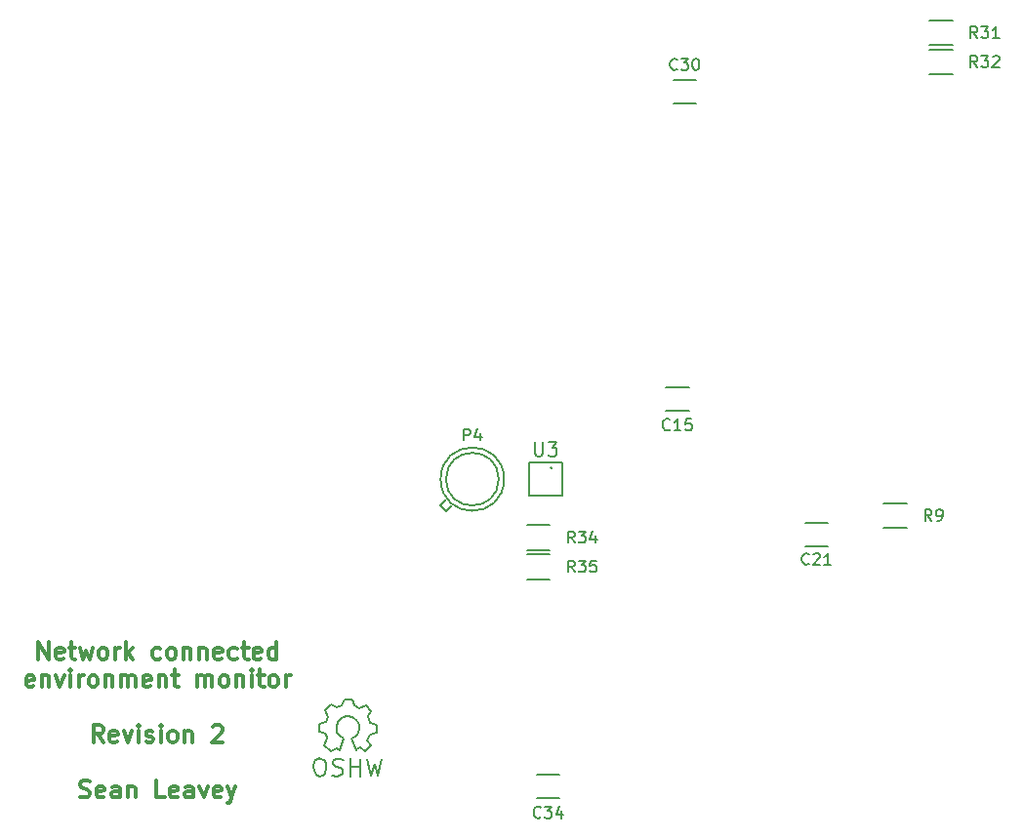
<source format=gbr>
G04 #@! TF.FileFunction,Legend,Top*
%FSLAX46Y46*%
G04 Gerber Fmt 4.6, Leading zero omitted, Abs format (unit mm)*
G04 Created by KiCad (PCBNEW 4.0.2+dfsg1-stable) date Wed 21 Jun 2017 09:22:51 BST*
%MOMM*%
G01*
G04 APERTURE LIST*
%ADD10C,0.100000*%
%ADD11C,0.300000*%
%ADD12C,0.150000*%
%ADD13C,0.050000*%
G04 APERTURE END LIST*
D10*
D11*
X116043572Y-116598571D02*
X116043572Y-115098571D01*
X116900715Y-116598571D01*
X116900715Y-115098571D01*
X118186429Y-116527143D02*
X118043572Y-116598571D01*
X117757858Y-116598571D01*
X117615001Y-116527143D01*
X117543572Y-116384286D01*
X117543572Y-115812857D01*
X117615001Y-115670000D01*
X117757858Y-115598571D01*
X118043572Y-115598571D01*
X118186429Y-115670000D01*
X118257858Y-115812857D01*
X118257858Y-115955714D01*
X117543572Y-116098571D01*
X118686429Y-115598571D02*
X119257858Y-115598571D01*
X118900715Y-115098571D02*
X118900715Y-116384286D01*
X118972143Y-116527143D01*
X119115001Y-116598571D01*
X119257858Y-116598571D01*
X119615001Y-115598571D02*
X119900715Y-116598571D01*
X120186429Y-115884286D01*
X120472144Y-116598571D01*
X120757858Y-115598571D01*
X121543573Y-116598571D02*
X121400715Y-116527143D01*
X121329287Y-116455714D01*
X121257858Y-116312857D01*
X121257858Y-115884286D01*
X121329287Y-115741429D01*
X121400715Y-115670000D01*
X121543573Y-115598571D01*
X121757858Y-115598571D01*
X121900715Y-115670000D01*
X121972144Y-115741429D01*
X122043573Y-115884286D01*
X122043573Y-116312857D01*
X121972144Y-116455714D01*
X121900715Y-116527143D01*
X121757858Y-116598571D01*
X121543573Y-116598571D01*
X122686430Y-116598571D02*
X122686430Y-115598571D01*
X122686430Y-115884286D02*
X122757858Y-115741429D01*
X122829287Y-115670000D01*
X122972144Y-115598571D01*
X123115001Y-115598571D01*
X123615001Y-116598571D02*
X123615001Y-115098571D01*
X123757858Y-116027143D02*
X124186429Y-116598571D01*
X124186429Y-115598571D02*
X123615001Y-116170000D01*
X126615001Y-116527143D02*
X126472144Y-116598571D01*
X126186430Y-116598571D01*
X126043572Y-116527143D01*
X125972144Y-116455714D01*
X125900715Y-116312857D01*
X125900715Y-115884286D01*
X125972144Y-115741429D01*
X126043572Y-115670000D01*
X126186430Y-115598571D01*
X126472144Y-115598571D01*
X126615001Y-115670000D01*
X127472144Y-116598571D02*
X127329286Y-116527143D01*
X127257858Y-116455714D01*
X127186429Y-116312857D01*
X127186429Y-115884286D01*
X127257858Y-115741429D01*
X127329286Y-115670000D01*
X127472144Y-115598571D01*
X127686429Y-115598571D01*
X127829286Y-115670000D01*
X127900715Y-115741429D01*
X127972144Y-115884286D01*
X127972144Y-116312857D01*
X127900715Y-116455714D01*
X127829286Y-116527143D01*
X127686429Y-116598571D01*
X127472144Y-116598571D01*
X128615001Y-115598571D02*
X128615001Y-116598571D01*
X128615001Y-115741429D02*
X128686429Y-115670000D01*
X128829287Y-115598571D01*
X129043572Y-115598571D01*
X129186429Y-115670000D01*
X129257858Y-115812857D01*
X129257858Y-116598571D01*
X129972144Y-115598571D02*
X129972144Y-116598571D01*
X129972144Y-115741429D02*
X130043572Y-115670000D01*
X130186430Y-115598571D01*
X130400715Y-115598571D01*
X130543572Y-115670000D01*
X130615001Y-115812857D01*
X130615001Y-116598571D01*
X131900715Y-116527143D02*
X131757858Y-116598571D01*
X131472144Y-116598571D01*
X131329287Y-116527143D01*
X131257858Y-116384286D01*
X131257858Y-115812857D01*
X131329287Y-115670000D01*
X131472144Y-115598571D01*
X131757858Y-115598571D01*
X131900715Y-115670000D01*
X131972144Y-115812857D01*
X131972144Y-115955714D01*
X131257858Y-116098571D01*
X133257858Y-116527143D02*
X133115001Y-116598571D01*
X132829287Y-116598571D01*
X132686429Y-116527143D01*
X132615001Y-116455714D01*
X132543572Y-116312857D01*
X132543572Y-115884286D01*
X132615001Y-115741429D01*
X132686429Y-115670000D01*
X132829287Y-115598571D01*
X133115001Y-115598571D01*
X133257858Y-115670000D01*
X133686429Y-115598571D02*
X134257858Y-115598571D01*
X133900715Y-115098571D02*
X133900715Y-116384286D01*
X133972143Y-116527143D01*
X134115001Y-116598571D01*
X134257858Y-116598571D01*
X135329286Y-116527143D02*
X135186429Y-116598571D01*
X134900715Y-116598571D01*
X134757858Y-116527143D01*
X134686429Y-116384286D01*
X134686429Y-115812857D01*
X134757858Y-115670000D01*
X134900715Y-115598571D01*
X135186429Y-115598571D01*
X135329286Y-115670000D01*
X135400715Y-115812857D01*
X135400715Y-115955714D01*
X134686429Y-116098571D01*
X136686429Y-116598571D02*
X136686429Y-115098571D01*
X136686429Y-116527143D02*
X136543572Y-116598571D01*
X136257858Y-116598571D01*
X136115000Y-116527143D01*
X136043572Y-116455714D01*
X135972143Y-116312857D01*
X135972143Y-115884286D01*
X136043572Y-115741429D01*
X136115000Y-115670000D01*
X136257858Y-115598571D01*
X136543572Y-115598571D01*
X136686429Y-115670000D01*
X115615000Y-118927143D02*
X115472143Y-118998571D01*
X115186429Y-118998571D01*
X115043572Y-118927143D01*
X114972143Y-118784286D01*
X114972143Y-118212857D01*
X115043572Y-118070000D01*
X115186429Y-117998571D01*
X115472143Y-117998571D01*
X115615000Y-118070000D01*
X115686429Y-118212857D01*
X115686429Y-118355714D01*
X114972143Y-118498571D01*
X116329286Y-117998571D02*
X116329286Y-118998571D01*
X116329286Y-118141429D02*
X116400714Y-118070000D01*
X116543572Y-117998571D01*
X116757857Y-117998571D01*
X116900714Y-118070000D01*
X116972143Y-118212857D01*
X116972143Y-118998571D01*
X117543572Y-117998571D02*
X117900715Y-118998571D01*
X118257857Y-117998571D01*
X118829286Y-118998571D02*
X118829286Y-117998571D01*
X118829286Y-117498571D02*
X118757857Y-117570000D01*
X118829286Y-117641429D01*
X118900714Y-117570000D01*
X118829286Y-117498571D01*
X118829286Y-117641429D01*
X119543572Y-118998571D02*
X119543572Y-117998571D01*
X119543572Y-118284286D02*
X119615000Y-118141429D01*
X119686429Y-118070000D01*
X119829286Y-117998571D01*
X119972143Y-117998571D01*
X120686429Y-118998571D02*
X120543571Y-118927143D01*
X120472143Y-118855714D01*
X120400714Y-118712857D01*
X120400714Y-118284286D01*
X120472143Y-118141429D01*
X120543571Y-118070000D01*
X120686429Y-117998571D01*
X120900714Y-117998571D01*
X121043571Y-118070000D01*
X121115000Y-118141429D01*
X121186429Y-118284286D01*
X121186429Y-118712857D01*
X121115000Y-118855714D01*
X121043571Y-118927143D01*
X120900714Y-118998571D01*
X120686429Y-118998571D01*
X121829286Y-117998571D02*
X121829286Y-118998571D01*
X121829286Y-118141429D02*
X121900714Y-118070000D01*
X122043572Y-117998571D01*
X122257857Y-117998571D01*
X122400714Y-118070000D01*
X122472143Y-118212857D01*
X122472143Y-118998571D01*
X123186429Y-118998571D02*
X123186429Y-117998571D01*
X123186429Y-118141429D02*
X123257857Y-118070000D01*
X123400715Y-117998571D01*
X123615000Y-117998571D01*
X123757857Y-118070000D01*
X123829286Y-118212857D01*
X123829286Y-118998571D01*
X123829286Y-118212857D02*
X123900715Y-118070000D01*
X124043572Y-117998571D01*
X124257857Y-117998571D01*
X124400715Y-118070000D01*
X124472143Y-118212857D01*
X124472143Y-118998571D01*
X125757857Y-118927143D02*
X125615000Y-118998571D01*
X125329286Y-118998571D01*
X125186429Y-118927143D01*
X125115000Y-118784286D01*
X125115000Y-118212857D01*
X125186429Y-118070000D01*
X125329286Y-117998571D01*
X125615000Y-117998571D01*
X125757857Y-118070000D01*
X125829286Y-118212857D01*
X125829286Y-118355714D01*
X125115000Y-118498571D01*
X126472143Y-117998571D02*
X126472143Y-118998571D01*
X126472143Y-118141429D02*
X126543571Y-118070000D01*
X126686429Y-117998571D01*
X126900714Y-117998571D01*
X127043571Y-118070000D01*
X127115000Y-118212857D01*
X127115000Y-118998571D01*
X127615000Y-117998571D02*
X128186429Y-117998571D01*
X127829286Y-117498571D02*
X127829286Y-118784286D01*
X127900714Y-118927143D01*
X128043572Y-118998571D01*
X128186429Y-118998571D01*
X129829286Y-118998571D02*
X129829286Y-117998571D01*
X129829286Y-118141429D02*
X129900714Y-118070000D01*
X130043572Y-117998571D01*
X130257857Y-117998571D01*
X130400714Y-118070000D01*
X130472143Y-118212857D01*
X130472143Y-118998571D01*
X130472143Y-118212857D02*
X130543572Y-118070000D01*
X130686429Y-117998571D01*
X130900714Y-117998571D01*
X131043572Y-118070000D01*
X131115000Y-118212857D01*
X131115000Y-118998571D01*
X132043572Y-118998571D02*
X131900714Y-118927143D01*
X131829286Y-118855714D01*
X131757857Y-118712857D01*
X131757857Y-118284286D01*
X131829286Y-118141429D01*
X131900714Y-118070000D01*
X132043572Y-117998571D01*
X132257857Y-117998571D01*
X132400714Y-118070000D01*
X132472143Y-118141429D01*
X132543572Y-118284286D01*
X132543572Y-118712857D01*
X132472143Y-118855714D01*
X132400714Y-118927143D01*
X132257857Y-118998571D01*
X132043572Y-118998571D01*
X133186429Y-117998571D02*
X133186429Y-118998571D01*
X133186429Y-118141429D02*
X133257857Y-118070000D01*
X133400715Y-117998571D01*
X133615000Y-117998571D01*
X133757857Y-118070000D01*
X133829286Y-118212857D01*
X133829286Y-118998571D01*
X134543572Y-118998571D02*
X134543572Y-117998571D01*
X134543572Y-117498571D02*
X134472143Y-117570000D01*
X134543572Y-117641429D01*
X134615000Y-117570000D01*
X134543572Y-117498571D01*
X134543572Y-117641429D01*
X135043572Y-117998571D02*
X135615001Y-117998571D01*
X135257858Y-117498571D02*
X135257858Y-118784286D01*
X135329286Y-118927143D01*
X135472144Y-118998571D01*
X135615001Y-118998571D01*
X136329287Y-118998571D02*
X136186429Y-118927143D01*
X136115001Y-118855714D01*
X136043572Y-118712857D01*
X136043572Y-118284286D01*
X136115001Y-118141429D01*
X136186429Y-118070000D01*
X136329287Y-117998571D01*
X136543572Y-117998571D01*
X136686429Y-118070000D01*
X136757858Y-118141429D01*
X136829287Y-118284286D01*
X136829287Y-118712857D01*
X136757858Y-118855714D01*
X136686429Y-118927143D01*
X136543572Y-118998571D01*
X136329287Y-118998571D01*
X137472144Y-118998571D02*
X137472144Y-117998571D01*
X137472144Y-118284286D02*
X137543572Y-118141429D01*
X137615001Y-118070000D01*
X137757858Y-117998571D01*
X137900715Y-117998571D01*
X121650715Y-123798571D02*
X121150715Y-123084286D01*
X120793572Y-123798571D02*
X120793572Y-122298571D01*
X121365000Y-122298571D01*
X121507858Y-122370000D01*
X121579286Y-122441429D01*
X121650715Y-122584286D01*
X121650715Y-122798571D01*
X121579286Y-122941429D01*
X121507858Y-123012857D01*
X121365000Y-123084286D01*
X120793572Y-123084286D01*
X122865000Y-123727143D02*
X122722143Y-123798571D01*
X122436429Y-123798571D01*
X122293572Y-123727143D01*
X122222143Y-123584286D01*
X122222143Y-123012857D01*
X122293572Y-122870000D01*
X122436429Y-122798571D01*
X122722143Y-122798571D01*
X122865000Y-122870000D01*
X122936429Y-123012857D01*
X122936429Y-123155714D01*
X122222143Y-123298571D01*
X123436429Y-122798571D02*
X123793572Y-123798571D01*
X124150714Y-122798571D01*
X124722143Y-123798571D02*
X124722143Y-122798571D01*
X124722143Y-122298571D02*
X124650714Y-122370000D01*
X124722143Y-122441429D01*
X124793571Y-122370000D01*
X124722143Y-122298571D01*
X124722143Y-122441429D01*
X125365000Y-123727143D02*
X125507857Y-123798571D01*
X125793572Y-123798571D01*
X125936429Y-123727143D01*
X126007857Y-123584286D01*
X126007857Y-123512857D01*
X125936429Y-123370000D01*
X125793572Y-123298571D01*
X125579286Y-123298571D01*
X125436429Y-123227143D01*
X125365000Y-123084286D01*
X125365000Y-123012857D01*
X125436429Y-122870000D01*
X125579286Y-122798571D01*
X125793572Y-122798571D01*
X125936429Y-122870000D01*
X126650715Y-123798571D02*
X126650715Y-122798571D01*
X126650715Y-122298571D02*
X126579286Y-122370000D01*
X126650715Y-122441429D01*
X126722143Y-122370000D01*
X126650715Y-122298571D01*
X126650715Y-122441429D01*
X127579287Y-123798571D02*
X127436429Y-123727143D01*
X127365001Y-123655714D01*
X127293572Y-123512857D01*
X127293572Y-123084286D01*
X127365001Y-122941429D01*
X127436429Y-122870000D01*
X127579287Y-122798571D01*
X127793572Y-122798571D01*
X127936429Y-122870000D01*
X128007858Y-122941429D01*
X128079287Y-123084286D01*
X128079287Y-123512857D01*
X128007858Y-123655714D01*
X127936429Y-123727143D01*
X127793572Y-123798571D01*
X127579287Y-123798571D01*
X128722144Y-122798571D02*
X128722144Y-123798571D01*
X128722144Y-122941429D02*
X128793572Y-122870000D01*
X128936430Y-122798571D01*
X129150715Y-122798571D01*
X129293572Y-122870000D01*
X129365001Y-123012857D01*
X129365001Y-123798571D01*
X131150715Y-122441429D02*
X131222144Y-122370000D01*
X131365001Y-122298571D01*
X131722144Y-122298571D01*
X131865001Y-122370000D01*
X131936430Y-122441429D01*
X132007858Y-122584286D01*
X132007858Y-122727143D01*
X131936430Y-122941429D01*
X131079287Y-123798571D01*
X132007858Y-123798571D01*
X119650715Y-128527143D02*
X119865001Y-128598571D01*
X120222144Y-128598571D01*
X120365001Y-128527143D01*
X120436430Y-128455714D01*
X120507858Y-128312857D01*
X120507858Y-128170000D01*
X120436430Y-128027143D01*
X120365001Y-127955714D01*
X120222144Y-127884286D01*
X119936430Y-127812857D01*
X119793572Y-127741429D01*
X119722144Y-127670000D01*
X119650715Y-127527143D01*
X119650715Y-127384286D01*
X119722144Y-127241429D01*
X119793572Y-127170000D01*
X119936430Y-127098571D01*
X120293572Y-127098571D01*
X120507858Y-127170000D01*
X121722143Y-128527143D02*
X121579286Y-128598571D01*
X121293572Y-128598571D01*
X121150715Y-128527143D01*
X121079286Y-128384286D01*
X121079286Y-127812857D01*
X121150715Y-127670000D01*
X121293572Y-127598571D01*
X121579286Y-127598571D01*
X121722143Y-127670000D01*
X121793572Y-127812857D01*
X121793572Y-127955714D01*
X121079286Y-128098571D01*
X123079286Y-128598571D02*
X123079286Y-127812857D01*
X123007857Y-127670000D01*
X122865000Y-127598571D01*
X122579286Y-127598571D01*
X122436429Y-127670000D01*
X123079286Y-128527143D02*
X122936429Y-128598571D01*
X122579286Y-128598571D01*
X122436429Y-128527143D01*
X122365000Y-128384286D01*
X122365000Y-128241429D01*
X122436429Y-128098571D01*
X122579286Y-128027143D01*
X122936429Y-128027143D01*
X123079286Y-127955714D01*
X123793572Y-127598571D02*
X123793572Y-128598571D01*
X123793572Y-127741429D02*
X123865000Y-127670000D01*
X124007858Y-127598571D01*
X124222143Y-127598571D01*
X124365000Y-127670000D01*
X124436429Y-127812857D01*
X124436429Y-128598571D01*
X127007858Y-128598571D02*
X126293572Y-128598571D01*
X126293572Y-127098571D01*
X128079286Y-128527143D02*
X127936429Y-128598571D01*
X127650715Y-128598571D01*
X127507858Y-128527143D01*
X127436429Y-128384286D01*
X127436429Y-127812857D01*
X127507858Y-127670000D01*
X127650715Y-127598571D01*
X127936429Y-127598571D01*
X128079286Y-127670000D01*
X128150715Y-127812857D01*
X128150715Y-127955714D01*
X127436429Y-128098571D01*
X129436429Y-128598571D02*
X129436429Y-127812857D01*
X129365000Y-127670000D01*
X129222143Y-127598571D01*
X128936429Y-127598571D01*
X128793572Y-127670000D01*
X129436429Y-128527143D02*
X129293572Y-128598571D01*
X128936429Y-128598571D01*
X128793572Y-128527143D01*
X128722143Y-128384286D01*
X128722143Y-128241429D01*
X128793572Y-128098571D01*
X128936429Y-128027143D01*
X129293572Y-128027143D01*
X129436429Y-127955714D01*
X130007858Y-127598571D02*
X130365001Y-128598571D01*
X130722143Y-127598571D01*
X131865000Y-128527143D02*
X131722143Y-128598571D01*
X131436429Y-128598571D01*
X131293572Y-128527143D01*
X131222143Y-128384286D01*
X131222143Y-127812857D01*
X131293572Y-127670000D01*
X131436429Y-127598571D01*
X131722143Y-127598571D01*
X131865000Y-127670000D01*
X131936429Y-127812857D01*
X131936429Y-127955714D01*
X131222143Y-128098571D01*
X132436429Y-127598571D02*
X132793572Y-128598571D01*
X133150714Y-127598571D02*
X132793572Y-128598571D01*
X132650714Y-128955714D01*
X132579286Y-129027143D01*
X132436429Y-129098571D01*
D12*
X170450000Y-95005000D02*
X172450000Y-95005000D01*
X172450000Y-92955000D02*
X170450000Y-92955000D01*
X184515000Y-104766000D02*
X182515000Y-104766000D01*
X182515000Y-106816000D02*
X184515000Y-106816000D01*
X173085000Y-66285000D02*
X171085000Y-66285000D01*
X171085000Y-68335000D02*
X173085000Y-68335000D01*
X159250000Y-128660000D02*
X161250000Y-128660000D01*
X161250000Y-126610000D02*
X159250000Y-126610000D01*
X150876000Y-103251000D02*
X151384000Y-102743000D01*
X151892000Y-103251000D02*
X151384000Y-103759000D01*
X151384000Y-103759000D02*
X150876000Y-103251000D01*
X155956000Y-100965000D02*
G75*
G03X155956000Y-100965000I-2286000J0D01*
G01*
X156420000Y-100965000D02*
G75*
G03X156420000Y-100965000I-2750000J0D01*
G01*
X191320000Y-105215000D02*
X189320000Y-105215000D01*
X189320000Y-103065000D02*
X191320000Y-103065000D01*
X195310000Y-63305000D02*
X193310000Y-63305000D01*
X193310000Y-61155000D02*
X195310000Y-61155000D01*
X195310000Y-65845000D02*
X193310000Y-65845000D01*
X193310000Y-63695000D02*
X195310000Y-63695000D01*
X160385000Y-107120000D02*
X158385000Y-107120000D01*
X158385000Y-104970000D02*
X160385000Y-104970000D01*
X160385000Y-109660000D02*
X158385000Y-109660000D01*
X158385000Y-107510000D02*
X160385000Y-107510000D01*
D13*
X160623078Y-99990000D02*
G75*
G03X160623078Y-99990000I-103078J0D01*
G01*
D12*
X158570000Y-99515000D02*
X158570000Y-102415000D01*
X158570000Y-102415000D02*
X161470000Y-102415000D01*
X161470000Y-102415000D02*
X161470000Y-99515000D01*
X161470000Y-99515000D02*
X158570000Y-99515000D01*
X144543780Y-125244860D02*
X144904460Y-126715520D01*
X144904460Y-126715520D02*
X145183860Y-125653800D01*
X145183860Y-125653800D02*
X145493740Y-126725680D01*
X145493740Y-126725680D02*
X145834100Y-125275340D01*
X143123920Y-125935740D02*
X143913860Y-125925580D01*
X143913860Y-125925580D02*
X143924020Y-125935740D01*
X143924020Y-125935740D02*
X143924020Y-125925580D01*
X143964660Y-125214380D02*
X143964660Y-126756160D01*
X143075660Y-125204220D02*
X143075660Y-126773940D01*
X143075660Y-126773940D02*
X143085820Y-126763780D01*
X142524480Y-125305820D02*
X142173960Y-125224540D01*
X142173960Y-125224540D02*
X141853920Y-125214380D01*
X141853920Y-125214380D02*
X141615160Y-125415040D01*
X141615160Y-125415040D02*
X141584680Y-125684280D01*
X141584680Y-125684280D02*
X141825980Y-125925580D01*
X141825980Y-125925580D02*
X142214600Y-126055120D01*
X142214600Y-126055120D02*
X142394940Y-126215140D01*
X142394940Y-126215140D02*
X142435580Y-126514860D01*
X142435580Y-126514860D02*
X142204440Y-126735840D01*
X142204440Y-126735840D02*
X141884400Y-126763780D01*
X141884400Y-126763780D02*
X141533880Y-126654560D01*
X140495020Y-125204220D02*
X140246100Y-125224540D01*
X140246100Y-125224540D02*
X140004800Y-125465840D01*
X140004800Y-125465840D02*
X139915900Y-125956060D01*
X139915900Y-125956060D02*
X139943840Y-126304040D01*
X139943840Y-126304040D02*
X140144500Y-126624080D01*
X140144500Y-126624080D02*
X140395960Y-126746000D01*
X140395960Y-126746000D02*
X140705840Y-126674880D01*
X140705840Y-126674880D02*
X140924280Y-126494540D01*
X140924280Y-126494540D02*
X140995400Y-126034800D01*
X140995400Y-126034800D02*
X140944600Y-125625860D01*
X140944600Y-125625860D02*
X140835380Y-125343920D01*
X140835380Y-125343920D02*
X140474700Y-125214380D01*
X141094460Y-123484640D02*
X140835380Y-124045980D01*
X140835380Y-124045980D02*
X141373860Y-124564140D01*
X141373860Y-124564140D02*
X141894560Y-124294900D01*
X141894560Y-124294900D02*
X142173960Y-124454920D01*
X143614140Y-124434600D02*
X143944340Y-124244100D01*
X143944340Y-124244100D02*
X144383760Y-124574300D01*
X144383760Y-124574300D02*
X144856200Y-124084080D01*
X144856200Y-124084080D02*
X144574260Y-123604020D01*
X144574260Y-123604020D02*
X144764760Y-123134120D01*
X144764760Y-123134120D02*
X145374360Y-122946160D01*
X145374360Y-122946160D02*
X145374360Y-122265440D01*
X145374360Y-122265440D02*
X144815560Y-122125740D01*
X144815560Y-122125740D02*
X144614900Y-121554240D01*
X144614900Y-121554240D02*
X144884140Y-121084340D01*
X144884140Y-121084340D02*
X144414240Y-120573800D01*
X144414240Y-120573800D02*
X143896080Y-120835420D01*
X143896080Y-120835420D02*
X143426180Y-120634760D01*
X143426180Y-120634760D02*
X143256000Y-120093740D01*
X143256000Y-120093740D02*
X142565120Y-120075960D01*
X142565120Y-120075960D02*
X142354300Y-120624600D01*
X142354300Y-120624600D02*
X141935200Y-120794780D01*
X141935200Y-120794780D02*
X141384020Y-120525540D01*
X141384020Y-120525540D02*
X140865860Y-121053860D01*
X140865860Y-121053860D02*
X141114780Y-121594880D01*
X141114780Y-121594880D02*
X140944600Y-122074940D01*
X140944600Y-122074940D02*
X140395960Y-122174000D01*
X140395960Y-122174000D02*
X140385800Y-122875040D01*
X140385800Y-122875040D02*
X140944600Y-123075700D01*
X140944600Y-123075700D02*
X141084300Y-123474480D01*
X143225520Y-123454160D02*
X143525240Y-123304300D01*
X143525240Y-123304300D02*
X143725900Y-123106180D01*
X143725900Y-123106180D02*
X143875760Y-122704860D01*
X143875760Y-122704860D02*
X143875760Y-122306080D01*
X143875760Y-122306080D02*
X143725900Y-121955560D01*
X143725900Y-121955560D02*
X143273780Y-121605040D01*
X143273780Y-121605040D02*
X142824200Y-121554240D01*
X142824200Y-121554240D02*
X142425420Y-121655840D01*
X142425420Y-121655840D02*
X142024100Y-122003820D01*
X142024100Y-122003820D02*
X141874240Y-122455940D01*
X141874240Y-122455940D02*
X141925040Y-122953780D01*
X141925040Y-122953780D02*
X142173960Y-123256040D01*
X142173960Y-123256040D02*
X142524480Y-123454160D01*
X142524480Y-123454160D02*
X142173960Y-124454920D01*
X143225520Y-123454160D02*
X143624300Y-124454920D01*
X170807143Y-96637143D02*
X170759524Y-96684762D01*
X170616667Y-96732381D01*
X170521429Y-96732381D01*
X170378571Y-96684762D01*
X170283333Y-96589524D01*
X170235714Y-96494286D01*
X170188095Y-96303810D01*
X170188095Y-96160952D01*
X170235714Y-95970476D01*
X170283333Y-95875238D01*
X170378571Y-95780000D01*
X170521429Y-95732381D01*
X170616667Y-95732381D01*
X170759524Y-95780000D01*
X170807143Y-95827619D01*
X171759524Y-96732381D02*
X171188095Y-96732381D01*
X171473809Y-96732381D02*
X171473809Y-95732381D01*
X171378571Y-95875238D01*
X171283333Y-95970476D01*
X171188095Y-96018095D01*
X172664286Y-95732381D02*
X172188095Y-95732381D01*
X172140476Y-96208571D01*
X172188095Y-96160952D01*
X172283333Y-96113333D01*
X172521429Y-96113333D01*
X172616667Y-96160952D01*
X172664286Y-96208571D01*
X172711905Y-96303810D01*
X172711905Y-96541905D01*
X172664286Y-96637143D01*
X172616667Y-96684762D01*
X172521429Y-96732381D01*
X172283333Y-96732381D01*
X172188095Y-96684762D01*
X172140476Y-96637143D01*
X182872143Y-108307143D02*
X182824524Y-108354762D01*
X182681667Y-108402381D01*
X182586429Y-108402381D01*
X182443571Y-108354762D01*
X182348333Y-108259524D01*
X182300714Y-108164286D01*
X182253095Y-107973810D01*
X182253095Y-107830952D01*
X182300714Y-107640476D01*
X182348333Y-107545238D01*
X182443571Y-107450000D01*
X182586429Y-107402381D01*
X182681667Y-107402381D01*
X182824524Y-107450000D01*
X182872143Y-107497619D01*
X183253095Y-107497619D02*
X183300714Y-107450000D01*
X183395952Y-107402381D01*
X183634048Y-107402381D01*
X183729286Y-107450000D01*
X183776905Y-107497619D01*
X183824524Y-107592857D01*
X183824524Y-107688095D01*
X183776905Y-107830952D01*
X183205476Y-108402381D01*
X183824524Y-108402381D01*
X184776905Y-108402381D02*
X184205476Y-108402381D01*
X184491190Y-108402381D02*
X184491190Y-107402381D01*
X184395952Y-107545238D01*
X184300714Y-107640476D01*
X184205476Y-107688095D01*
X171442143Y-65367143D02*
X171394524Y-65414762D01*
X171251667Y-65462381D01*
X171156429Y-65462381D01*
X171013571Y-65414762D01*
X170918333Y-65319524D01*
X170870714Y-65224286D01*
X170823095Y-65033810D01*
X170823095Y-64890952D01*
X170870714Y-64700476D01*
X170918333Y-64605238D01*
X171013571Y-64510000D01*
X171156429Y-64462381D01*
X171251667Y-64462381D01*
X171394524Y-64510000D01*
X171442143Y-64557619D01*
X171775476Y-64462381D02*
X172394524Y-64462381D01*
X172061190Y-64843333D01*
X172204048Y-64843333D01*
X172299286Y-64890952D01*
X172346905Y-64938571D01*
X172394524Y-65033810D01*
X172394524Y-65271905D01*
X172346905Y-65367143D01*
X172299286Y-65414762D01*
X172204048Y-65462381D01*
X171918333Y-65462381D01*
X171823095Y-65414762D01*
X171775476Y-65367143D01*
X173013571Y-64462381D02*
X173108810Y-64462381D01*
X173204048Y-64510000D01*
X173251667Y-64557619D01*
X173299286Y-64652857D01*
X173346905Y-64843333D01*
X173346905Y-65081429D01*
X173299286Y-65271905D01*
X173251667Y-65367143D01*
X173204048Y-65414762D01*
X173108810Y-65462381D01*
X173013571Y-65462381D01*
X172918333Y-65414762D01*
X172870714Y-65367143D01*
X172823095Y-65271905D01*
X172775476Y-65081429D01*
X172775476Y-64843333D01*
X172823095Y-64652857D01*
X172870714Y-64557619D01*
X172918333Y-64510000D01*
X173013571Y-64462381D01*
X159607143Y-130292143D02*
X159559524Y-130339762D01*
X159416667Y-130387381D01*
X159321429Y-130387381D01*
X159178571Y-130339762D01*
X159083333Y-130244524D01*
X159035714Y-130149286D01*
X158988095Y-129958810D01*
X158988095Y-129815952D01*
X159035714Y-129625476D01*
X159083333Y-129530238D01*
X159178571Y-129435000D01*
X159321429Y-129387381D01*
X159416667Y-129387381D01*
X159559524Y-129435000D01*
X159607143Y-129482619D01*
X159940476Y-129387381D02*
X160559524Y-129387381D01*
X160226190Y-129768333D01*
X160369048Y-129768333D01*
X160464286Y-129815952D01*
X160511905Y-129863571D01*
X160559524Y-129958810D01*
X160559524Y-130196905D01*
X160511905Y-130292143D01*
X160464286Y-130339762D01*
X160369048Y-130387381D01*
X160083333Y-130387381D01*
X159988095Y-130339762D01*
X159940476Y-130292143D01*
X161416667Y-129720714D02*
X161416667Y-130387381D01*
X161178571Y-129339762D02*
X160940476Y-130054048D01*
X161559524Y-130054048D01*
X152931905Y-97607381D02*
X152931905Y-96607381D01*
X153312858Y-96607381D01*
X153408096Y-96655000D01*
X153455715Y-96702619D01*
X153503334Y-96797857D01*
X153503334Y-96940714D01*
X153455715Y-97035952D01*
X153408096Y-97083571D01*
X153312858Y-97131190D01*
X152931905Y-97131190D01*
X154360477Y-96940714D02*
X154360477Y-97607381D01*
X154122381Y-96559762D02*
X153884286Y-97274048D01*
X154503334Y-97274048D01*
X193508334Y-104592381D02*
X193175000Y-104116190D01*
X192936905Y-104592381D02*
X192936905Y-103592381D01*
X193317858Y-103592381D01*
X193413096Y-103640000D01*
X193460715Y-103687619D01*
X193508334Y-103782857D01*
X193508334Y-103925714D01*
X193460715Y-104020952D01*
X193413096Y-104068571D01*
X193317858Y-104116190D01*
X192936905Y-104116190D01*
X193984524Y-104592381D02*
X194175000Y-104592381D01*
X194270239Y-104544762D01*
X194317858Y-104497143D01*
X194413096Y-104354286D01*
X194460715Y-104163810D01*
X194460715Y-103782857D01*
X194413096Y-103687619D01*
X194365477Y-103640000D01*
X194270239Y-103592381D01*
X194079762Y-103592381D01*
X193984524Y-103640000D01*
X193936905Y-103687619D01*
X193889286Y-103782857D01*
X193889286Y-104020952D01*
X193936905Y-104116190D01*
X193984524Y-104163810D01*
X194079762Y-104211429D01*
X194270239Y-104211429D01*
X194365477Y-104163810D01*
X194413096Y-104116190D01*
X194460715Y-104020952D01*
X197477143Y-62682381D02*
X197143809Y-62206190D01*
X196905714Y-62682381D02*
X196905714Y-61682381D01*
X197286667Y-61682381D01*
X197381905Y-61730000D01*
X197429524Y-61777619D01*
X197477143Y-61872857D01*
X197477143Y-62015714D01*
X197429524Y-62110952D01*
X197381905Y-62158571D01*
X197286667Y-62206190D01*
X196905714Y-62206190D01*
X197810476Y-61682381D02*
X198429524Y-61682381D01*
X198096190Y-62063333D01*
X198239048Y-62063333D01*
X198334286Y-62110952D01*
X198381905Y-62158571D01*
X198429524Y-62253810D01*
X198429524Y-62491905D01*
X198381905Y-62587143D01*
X198334286Y-62634762D01*
X198239048Y-62682381D01*
X197953333Y-62682381D01*
X197858095Y-62634762D01*
X197810476Y-62587143D01*
X199381905Y-62682381D02*
X198810476Y-62682381D01*
X199096190Y-62682381D02*
X199096190Y-61682381D01*
X199000952Y-61825238D01*
X198905714Y-61920476D01*
X198810476Y-61968095D01*
X197477143Y-65222381D02*
X197143809Y-64746190D01*
X196905714Y-65222381D02*
X196905714Y-64222381D01*
X197286667Y-64222381D01*
X197381905Y-64270000D01*
X197429524Y-64317619D01*
X197477143Y-64412857D01*
X197477143Y-64555714D01*
X197429524Y-64650952D01*
X197381905Y-64698571D01*
X197286667Y-64746190D01*
X196905714Y-64746190D01*
X197810476Y-64222381D02*
X198429524Y-64222381D01*
X198096190Y-64603333D01*
X198239048Y-64603333D01*
X198334286Y-64650952D01*
X198381905Y-64698571D01*
X198429524Y-64793810D01*
X198429524Y-65031905D01*
X198381905Y-65127143D01*
X198334286Y-65174762D01*
X198239048Y-65222381D01*
X197953333Y-65222381D01*
X197858095Y-65174762D01*
X197810476Y-65127143D01*
X198810476Y-64317619D02*
X198858095Y-64270000D01*
X198953333Y-64222381D01*
X199191429Y-64222381D01*
X199286667Y-64270000D01*
X199334286Y-64317619D01*
X199381905Y-64412857D01*
X199381905Y-64508095D01*
X199334286Y-64650952D01*
X198762857Y-65222381D01*
X199381905Y-65222381D01*
X162552143Y-106497381D02*
X162218809Y-106021190D01*
X161980714Y-106497381D02*
X161980714Y-105497381D01*
X162361667Y-105497381D01*
X162456905Y-105545000D01*
X162504524Y-105592619D01*
X162552143Y-105687857D01*
X162552143Y-105830714D01*
X162504524Y-105925952D01*
X162456905Y-105973571D01*
X162361667Y-106021190D01*
X161980714Y-106021190D01*
X162885476Y-105497381D02*
X163504524Y-105497381D01*
X163171190Y-105878333D01*
X163314048Y-105878333D01*
X163409286Y-105925952D01*
X163456905Y-105973571D01*
X163504524Y-106068810D01*
X163504524Y-106306905D01*
X163456905Y-106402143D01*
X163409286Y-106449762D01*
X163314048Y-106497381D01*
X163028333Y-106497381D01*
X162933095Y-106449762D01*
X162885476Y-106402143D01*
X164361667Y-105830714D02*
X164361667Y-106497381D01*
X164123571Y-105449762D02*
X163885476Y-106164048D01*
X164504524Y-106164048D01*
X162552143Y-109037381D02*
X162218809Y-108561190D01*
X161980714Y-109037381D02*
X161980714Y-108037381D01*
X162361667Y-108037381D01*
X162456905Y-108085000D01*
X162504524Y-108132619D01*
X162552143Y-108227857D01*
X162552143Y-108370714D01*
X162504524Y-108465952D01*
X162456905Y-108513571D01*
X162361667Y-108561190D01*
X161980714Y-108561190D01*
X162885476Y-108037381D02*
X163504524Y-108037381D01*
X163171190Y-108418333D01*
X163314048Y-108418333D01*
X163409286Y-108465952D01*
X163456905Y-108513571D01*
X163504524Y-108608810D01*
X163504524Y-108846905D01*
X163456905Y-108942143D01*
X163409286Y-108989762D01*
X163314048Y-109037381D01*
X163028333Y-109037381D01*
X162933095Y-108989762D01*
X162885476Y-108942143D01*
X164409286Y-108037381D02*
X163933095Y-108037381D01*
X163885476Y-108513571D01*
X163933095Y-108465952D01*
X164028333Y-108418333D01*
X164266429Y-108418333D01*
X164361667Y-108465952D01*
X164409286Y-108513571D01*
X164456905Y-108608810D01*
X164456905Y-108846905D01*
X164409286Y-108942143D01*
X164361667Y-108989762D01*
X164266429Y-109037381D01*
X164028333Y-109037381D01*
X163933095Y-108989762D01*
X163885476Y-108942143D01*
X159105714Y-97767857D02*
X159105714Y-98739286D01*
X159162857Y-98853571D01*
X159220000Y-98910714D01*
X159334286Y-98967857D01*
X159562857Y-98967857D01*
X159677143Y-98910714D01*
X159734286Y-98853571D01*
X159791429Y-98739286D01*
X159791429Y-97767857D01*
X160248572Y-97767857D02*
X160991429Y-97767857D01*
X160591429Y-98225000D01*
X160762857Y-98225000D01*
X160877143Y-98282143D01*
X160934286Y-98339286D01*
X160991429Y-98453571D01*
X160991429Y-98739286D01*
X160934286Y-98853571D01*
X160877143Y-98910714D01*
X160762857Y-98967857D01*
X160420000Y-98967857D01*
X160305714Y-98910714D01*
X160248572Y-98853571D01*
M02*

</source>
